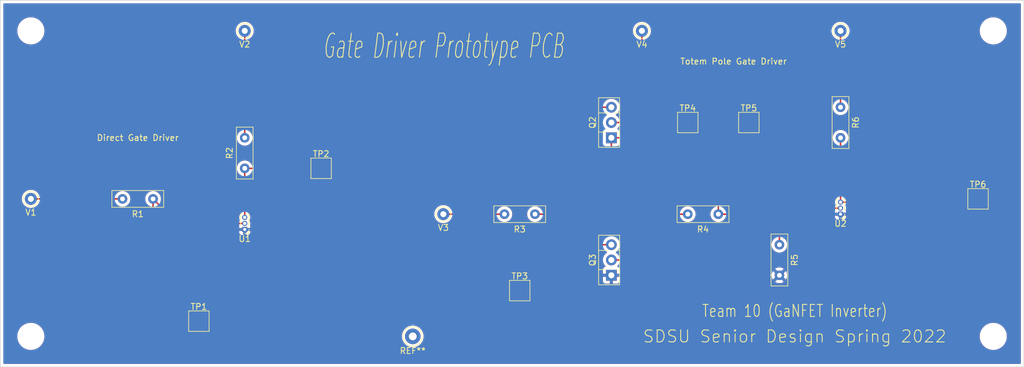
<source format=kicad_pcb>
(kicad_pcb (version 20211014) (generator pcbnew)
  (layers (0 "F.Cu" signal) (31 "B.Cu" signal) (34 "B.Paste" user) (35 "F.Paste" user) (36 "B.SilkS" user "B.Silkscreen") (37 "F.SilkS" user "F.Silkscreen") (38 "B.Mask" user) (39 "F.Mask" user) (44 "Edge.Cuts" user))
  (net 0 "")
  (net 1 "GND")
  (net 2 "Net-(R1-Pad1)")
  (net 3 "Net-(R4-Pad1)")
  (net 4 "Net-(R6-Pad2)")
  (net 5 "Net-(Q2-Pad1)")
  (net 6 "Net-(Q2-Pad3)")
  (net 7 "Net-(Q2-Pad2)")
  (net 8 "Net-(R1-Pad2)")
  (net 9 "Net-(R2-Pad2)")
  (net 10 "Net-(U1-Pad3)")
  (net 11 "Net-(R3-Pad2)")
  (net 12 "Net-(R6-Pad1)")
  (footprint "Resistor_THT:R_Box_L8.4mm_W2.5mm_P5.08mm" (layer "F.Cu") (at 198.12 114.3 -90)
    (fp_text reference "R5" (at 2.54 -2.52 90) (layer "F.SilkS"))
    (fp_text value "R_US")
    (fp_line (start -1.77 1.39) (end 6.85 1.39) (layer "F.SilkS") (width 0.12))
    (fp_line (start 6.85 -1.39) (end 6.85 1.39) (layer "F.SilkS") (width 0.12))
    (fp_line (start -1.77 -1.39) (end 6.85 -1.39) (layer "F.SilkS") (width 0.12))
    (fp_line (start -1.77 -1.39) (end -1.77 1.39) (layer "F.SilkS") (width 0.12))
    (pad "1" thru_hole circle (at 0 0 270) (size 1.6 1.6) (drill 0.8) (layers *.Cu *.Mask) (net 3 "Net-(R4-Pad1)"))
    (pad "2" thru_hole circle (at 5.08 0 270) (size 1.6 1.6) (drill 0.8) (layers *.Cu *.Mask) (net 1 "GND"))
  )
  (footprint "MountingHole:MountingHole_3.5mm" (layer "F.Cu") (at 73.66 78.74)
    (fp_text reference "REF**" hide)
    (fp_text value "MountingHole_3.5mm" hide)
    (pad "" np_thru_hole circle (at 0 0) (size 3.5 3.5) (drill 3.5) (layers *.Cu *.Mask))
  )
  (footprint "Connector_Pin:Pin_D1.0mm_L10.0mm" (layer "F.Cu") (at 73.66 106.68)
    (fp_text reference "V1" (at 0 2.25) (layer "F.SilkS"))
    (fp_text value "PWM-Direct")
    (fp_circle (center 0 0) (end 1.25 0.05) (layer "F.SilkS") (width 0.12) (fill none))
    (pad "1" thru_hole circle (at 0 0) (size 2 2) (drill 1) (layers *.Cu *.Mask) (net 8 "Net-(R1-Pad2)"))
  )
  (footprint "TestPoint:TestPoint_Pad_3.0x3.0mm" (layer "F.Cu") (at 101.6 127)
    (fp_text reference "TP1" (at 0 -2.398) (layer "F.SilkS"))
    (fp_text value "TestPoint")
    (fp_line (start 1.7 -1.7) (end 1.7 1.7) (layer "F.SilkS") (width 0.12))
    (fp_line (start -1.7 -1.7) (end 1.7 -1.7) (layer "F.SilkS") (width 0.12))
    (fp_line (start -1.7 1.7) (end -1.7 -1.7) (layer "F.SilkS") (width 0.12))
    (fp_line (start 1.7 1.7) (end -1.7 1.7) (layer "F.SilkS") (width 0.12))
    (pad "1" smd rect (at 0 0) (size 3 3) (layers "F.Cu" "F.Mask") (net 2 "Net-(R1-Pad1)"))
  )
  (footprint "Package_TO_SOT_THT:TO-126-3_Vertical" (layer "F.Cu") (at 170.18 96.52 90)
    (fp_text reference "Q2" (at 2.54 -3.12 90) (layer "F.SilkS"))
    (fp_text value "BD435")
    (fp_line (start -1.58 -2.12) (end 6.66 -2.12) (layer "F.SilkS") (width 0.12))
    (fp_line (start 6.66 -2.12) (end 6.66 1.37) (layer "F.SilkS") (width 0.12))
    (fp_line (start -1.58 -2.12) (end -1.58 1.37) (layer "F.SilkS") (width 0.12))
    (fp_line (start 4.141 0.54) (end 4.141 1.37) (layer "F.SilkS") (width 0.12))
    (fp_line (start -1.58 1.37) (end 6.66 1.37) (layer "F.SilkS") (width 0.12))
    (fp_line (start 4.141 -2.12) (end 4.141 -0.54) (layer "F.SilkS") (width 0.12))
    (fp_line (start 0.94 -2.12) (end 0.94 -1.05) (layer "F.SilkS") (width 0.12))
    (fp_line (start 0.94 1.05) (end 0.94 1.37) (layer "F.SilkS") (width 0.12))
    (pad "1" thru_hole rect (at 0 0 90) (size 1.8 1.8) (drill 1) (layers *.Cu *.Mask) (net 5 "Net-(Q2-Pad1)"))
    (pad "2" thru_hole oval (at 2.54 0 90) (size 1.8 1.8) (drill 1) (layers *.Cu *.Mask) (net 7 "Net-(Q2-Pad2)"))
    (pad "3" thru_hole oval (at 5.08 0 90) (size 1.8 1.8) (drill 1) (layers *.Cu *.Mask) (net 6 "Net-(Q2-Pad3)"))
  )
  (footprint "TestPoint:TestPoint_Pad_3.0x3.0mm" (layer "F.Cu") (at 154.94 121.92)
    (fp_text reference "TP3" (at 0 -2.398) (layer "F.SilkS"))
    (fp_text value "TestPoint")
    (fp_line (start 1.7 1.7) (end -1.7 1.7) (layer "F.SilkS") (width 0.12))
    (fp_line (start -1.7 -1.7) (end 1.7 -1.7) (layer "F.SilkS") (width 0.12))
    (fp_line (start 1.7 -1.7) (end 1.7 1.7) (layer "F.SilkS") (width 0.12))
    (fp_line (start -1.7 1.7) (end -1.7 -1.7) (layer "F.SilkS") (width 0.12))
    (pad "1" smd rect (at 0 0) (size 3 3) (layers "F.Cu" "F.Mask") (net 6 "Net-(Q2-Pad3)"))
  )
  (footprint "Resistor_THT:R_Box_L8.4mm_W2.5mm_P5.08mm" (layer "F.Cu") (at 109.22 101.6 90)
    (fp_text reference "R2" (at 2.54 -2.52 90) (layer "F.SilkS"))
    (fp_text value "R_US")
    (fp_line (start -1.77 1.39) (end 6.85 1.39) (layer "F.SilkS") (width 0.12))
    (fp_line (start -1.77 -1.39) (end -1.77 1.39) (layer "F.SilkS") (width 0.12))
    (fp_line (start 6.85 -1.39) (end 6.85 1.39) (layer "F.SilkS") (width 0.12))
    (fp_line (start -1.77 -1.39) (end 6.85 -1.39) (layer "F.SilkS") (width 0.12))
    (pad "1" thru_hole circle (at 0 0 90) (size 1.6 1.6) (drill 0.8) (layers *.Cu *.Mask) (net 10 "Net-(U1-Pad3)"))
    (pad "2" thru_hole circle (at 5.08 0 90) (size 1.6 1.6) (drill 0.8) (layers *.Cu *.Mask) (net 9 "Net-(R2-Pad2)"))
  )
  (footprint "MountingHole:MountingHole_3.5mm" (layer "F.Cu") (at 233.68 78.74)
    (fp_text reference "REF**" hide)
    (fp_text value "MountingHole_3.5mm" hide)
    (pad "" np_thru_hole circle (at 0 0) (size 3.5 3.5) (drill 3.5) (layers *.Cu *.Mask))
  )
  (footprint "MountingHole:MountingHole_3.5mm" (layer "F.Cu") (at 73.66 129.54)
    (fp_text reference "REF**" hide)
    (fp_text value "MountingHole_3.5mm" hide)
    (pad "" np_thru_hole circle (at 0 0) (size 3.5 3.5) (drill 3.5) (layers *.Cu *.Mask))
  )
  (footprint "TestPoint:TestPoint_Pad_3.0x3.0mm" (layer "F.Cu") (at 121.92 101.6)
    (fp_text reference "TP2" (at 0 -2.398) (layer "F.SilkS"))
    (fp_text value "TestPoint")
    (fp_line (start 1.7 -1.7) (end 1.7 1.7) (layer "F.SilkS") (width 0.12))
    (fp_line (start -1.7 -1.7) (end 1.7 -1.7) (layer "F.SilkS") (width 0.12))
    (fp_line (start -1.7 1.7) (end -1.7 -1.7) (layer "F.SilkS") (width 0.12))
    (fp_line (start 1.7 1.7) (end -1.7 1.7) (layer "F.SilkS") (width 0.12))
    (pad "1" smd rect (at 0 0) (size 3 3) (layers "F.Cu" "F.Mask") (net 10 "Net-(U1-Pad3)"))
  )
  (footprint "Connector_PinHeader_1.00mm:PinHeader_1x03_P1.00mm_Vertical" (layer "F.Cu") (at 208.28 109.22 180)
    (fp_text reference "U2" (at 0 -1.56) (layer "F.SilkS"))
    (fp_text value "GaNFET")
    (fp_line (start -0.695 0.685) (end -0.608276 0.685) (layer "F.SilkS") (width 0.12))
    (fp_line (start 0.695 0.685) (end 0.695 2.56) (layer "F.SilkS") (width 0.12))
    (fp_line (start -0.695 0) (end -0.695 -0.685) (layer "F.SilkS") (width 0.12))
    (fp_line (start -0.695 2.56) (end -0.394493 2.56) (layer "F.SilkS") (width 0.12))
    (fp_line (start 0.608276 0.685) (end 0.695 0.685) (layer "F.SilkS") (width 0.12))
    (fp_line (start 0.394493 2.56) (end 0.695 2.56) (layer "F.SilkS") (width 0.12))
    (fp_line (start -0.695 0.685) (end -0.695 2.56) (layer "F.SilkS") (width 0.12))
    (fp_line (start -0.695 -0.685) (end 0 -0.685) (layer "F.SilkS") (width 0.12))
    (pad "1" thru_hole rect (at 0 0 180) (size 0.85 0.85) (drill 0.5) (layers *.Cu *.Mask) (net 1 "GND"))
    (pad "2" thru_hole oval (at 0 1 180) (size 0.85 0.85) (drill 0.5) (layers *.Cu *.Mask) (net 3 "Net-(R4-Pad1)"))
    (pad "3" thru_hole oval (at 0 2 180) (size 0.85 0.85) (drill 0.5) (layers *.Cu *.Mask) (net 4 "Net-(R6-Pad2)"))
  )
  (footprint "Resistor_THT:R_Box_L8.4mm_W2.5mm_P5.08mm" (layer "F.Cu") (at 208.28 91.44 -90)
    (fp_text reference "R6" (at 2.54 -2.52 90) (layer "F.SilkS"))
    (fp_text value "R_US")
    (fp_line (start 6.85 -1.39) (end 6.85 1.39) (layer "F.SilkS") (width 0.12))
    (fp_line (start -1.77 -1.39) (end -1.77 1.39) (layer "F.SilkS") (width 0.12))
    (fp_line (start -1.77 1.39) (end 6.85 1.39) (layer "F.SilkS") (width 0.12))
    (fp_line (start -1.77 -1.39) (end 6.85 -1.39) (layer "F.SilkS") (width 0.12))
    (pad "1" thru_hole circle (at 0 0 270) (size 1.6 1.6) (drill 0.8) (layers *.Cu *.Mask) (net 12 "Net-(R6-Pad1)"))
    (pad "2" thru_hole circle (at 5.08 0 270) (size 1.6 1.6) (drill 0.8) (layers *.Cu *.Mask) (net 4 "Net-(R6-Pad2)"))
  )
  (footprint "Connector_Pin:Pin_D1.0mm_L10.0mm" (layer "F.Cu") (at 109.22 78.74)
    (fp_text reference "V2" (at 0 2.25) (layer "F.SilkS"))
    (fp_text value "V-Load-Direct")
    (fp_circle (center 0 0) (end 1.25 0.05) (layer "F.SilkS") (width 0.12) (fill none))
    (pad "1" thru_hole circle (at 0 0) (size 2 2) (drill 1) (layers *.Cu *.Mask) (net 9 "Net-(R2-Pad2)"))
  )
  (footprint "Resistor_THT:R_Box_L8.4mm_W2.5mm_P5.08mm" (layer "F.Cu") (at 157.48 109.22 180)
    (fp_text reference "R3" (at 2.54 -2.52) (layer "F.SilkS"))
    (fp_text value "R_US")
    (fp_line (start -1.77 -1.39) (end -1.77 1.39) (layer "F.SilkS") (width 0.12))
    (fp_line (start 6.85 -1.39) (end 6.85 1.39) (layer "F.SilkS") (width 0.12))
    (fp_line (start -1.77 1.39) (end 6.85 1.39) (layer "F.SilkS") (width 0.12))
    (fp_line (start -1.77 -1.39) (end 6.85 -1.39) (layer "F.SilkS") (width 0.12))
    (pad "1" thru_hole circle (at 0 0 180) (size 1.6 1.6) (drill 0.8) (layers *.Cu *.Mask) (net 6 "Net-(Q2-Pad3)"))
    (pad "2" thru_hole circle (at 5.08 0 180) (size 1.6 1.6) (drill 0.8) (layers *.Cu *.Mask) (net 11 "Net-(R3-Pad2)"))
  )
  (footprint "Resistor_THT:R_Box_L8.4mm_W2.5mm_P5.08mm" (layer "F.Cu") (at 187.96 109.22 180)
    (fp_text reference "R4" (at 2.54 -2.52) (layer "F.SilkS"))
    (fp_text value "R_US")
    (fp_line (start -1.77 1.39) (end 6.85 1.39) (layer "F.SilkS") (width 0.12))
    (fp_line (start 6.85 -1.39) (end 6.85 1.39) (layer "F.SilkS") (width 0.12))
    (fp_line (start -1.77 -1.39) (end 6.85 -1.39) (layer "F.SilkS") (width 0.12))
    (fp_line (start -1.77 -1.39) (end -1.77 1.39) (layer "F.SilkS") (width 0.12))
    (pad "1" thru_hole circle (at 0 0 180) (size 1.6 1.6) (drill 0.8) (layers *.Cu *.Mask) (net 3 "Net-(R4-Pad1)"))
    (pad "2" thru_hole circle (at 5.08 0 180) (size 1.6 1.6) (drill 0.8) (layers *.Cu *.Mask) (net 5 "Net-(Q2-Pad1)"))
  )
  (footprint "Connector_Pin:Pin_D1.3mm_L11.0mm" (layer "F.Cu") (at 137.16 129.54)
    (fp_text reference "REF**" (at 0 2.4) (layer "F.SilkS"))
    (fp_text value "GND")
    (fp_circle (center 0 0) (end 1.6 0.05) (layer "F.SilkS") (width 0.12) (fill none))
    (pad "1" thru_hole circle (at 0 0) (size 2.6 2.6) (drill 1.3) (layers *.Cu *.Mask))
  )
  (footprint "Connector_Pin:Pin_D1.0mm_L10.0mm" (layer "F.Cu") (at 175.26 78.74)
    (fp_text reference "V4" (at 0 2.25) (layer "F.SilkS"))
    (fp_text value "VSwitch")
    (fp_circle (center 0 0) (end 1.25 0.05) (layer "F.SilkS") (width 0.12) (fill none))
    (pad "1" thru_hole circle (at 0 0) (size 2 2) (drill 1) (layers *.Cu *.Mask) (net 7 "Net-(Q2-Pad2)"))
  )
  (footprint "TestPoint:TestPoint_Pad_3.0x3.0mm" (layer "F.Cu") (at 193.04 93.98)
    (fp_text reference "TP5" (at 0 -2.398) (layer "F.SilkS"))
    (fp_text value "TestPoint")
    (fp_line (start 1.7 1.7) (end -1.7 1.7) (layer "F.SilkS") (width 0.12))
    (fp_line (start -1.7 -1.7) (end 1.7 -1.7) (layer "F.SilkS") (width 0.12))
    (fp_line (start 1.7 -1.7) (end 1.7 1.7) (layer "F.SilkS") (width 0.12))
    (fp_line (start -1.7 1.7) (end -1.7 -1.7) (layer "F.SilkS") (width 0.12))
    (pad "1" smd rect (at 0 0) (size 3 3) (layers "F.Cu" "F.Mask") (net 3 "Net-(R4-Pad1)"))
  )
  (footprint "Resistor_THT:R_Box_L8.4mm_W2.5mm_P5.08mm" (layer "F.Cu") (at 93.98 106.68 180)
    (fp_text reference "R1" (at 2.54 -2.52) (layer "F.SilkS"))
    (fp_text value "R_US")
    (fp_line (start 6.85 -1.39) (end 6.85 1.39) (layer "F.SilkS") (width 0.12))
    (fp_line (start -1.77 -1.39) (end -1.77 1.39) (layer "F.SilkS") (width 0.12))
    (fp_line (start -1.77 -1.39) (end 6.85 -1.39) (layer "F.SilkS") (width 0.12))
    (fp_line (start -1.77 1.39) (end 6.85 1.39) (layer "F.SilkS") (width 0.12))
    (pad "1" thru_hole circle (at 0 0 180) (size 1.6 1.6) (drill 0.8) (layers *.Cu *.Mask) (net 2 "Net-(R1-Pad1)"))
    (pad "2" thru_hole circle (at 5.08 0 180) (size 1.6 1.6) (drill 0.8) (layers *.Cu *.Mask) (net 8 "Net-(R1-Pad2)"))
  )
  (footprint "Connector_PinHeader_1.00mm:PinHeader_1x03_P1.00mm_Vertical" (layer "F.Cu") (at 109.22 111.76 180)
    (fp_text reference "U1" (at 0 -1.56) (layer "F.SilkS"))
    (fp_text value "GaNFET")
    (fp_line (start -0.695 0.685) (end -0.608276 0.685) (layer "F.SilkS") (width 0.12))
    (fp_line (start -0.695 0.685) (end -0.695 2.56) (layer "F.SilkS") (width 0.12))
    (fp_line (start 0.608276 0.685) (end 0.695 0.685) (layer "F.SilkS") (width 0.12))
    (fp_line (start -0.695 2.56) (end -0.394493 2.56) (layer "F.SilkS") (width 0.12))
    (fp_line (start -0.695 0) (end -0.695 -0.685) (layer "F.SilkS") (width 0.12))
    (fp_line (start 0.394493 2.56) (end 0.695 2.56) (layer "F.SilkS") (width 0.12))
    (fp_line (start -0.695 -0.685) (end 0 -0.685) (layer "F.SilkS") (width 0.12))
    (fp_line (start 0.695 0.685) (end 0.695 2.56) (layer "F.SilkS") (width 0.12))
    (pad "1" thru_hole rect (at 0 0 180) (size 0.85 0.85) (drill 0.5) (layers *.Cu *.Mask) (net 1 "GND"))
    (pad "2" thru_hole oval (at 0 1 180) (size 0.85 0.85) (drill 0.5) (layers *.Cu *.Mask) (net 2 "Net-(R1-Pad1)"))
    (pad "3" thru_hole oval (at 0 2 180) (size 0.85 0.85) (drill 0.5) (layers *.Cu *.Mask) (net 10 "Net-(U1-Pad3)"))
  )
  (footprint "Package_TO_SOT_THT:TO-126-3_Vertical" (layer "F.Cu") (at 170.18 119.38 90)
    (fp_text reference "Q3" (at 2.54 -3.12 90) (layer "F.SilkS"))
    (fp_text value "BD436")
    (fp_line (start 4.141 -2.12) (end 4.141 -0.54) (layer "F.SilkS") (width 0.12))
    (fp_line (start 0.94 1.05) (end 0.94 1.37) (layer "F.SilkS") (width 0.12))
    (fp_line (start 4.141 0.54) (end 4.141 1.37) (layer "F.SilkS") (width 0.12))
    (fp_line (start -1.58 -2.12) (end 6.66 -2.12) (layer "F.SilkS") (width 0.12))
    (fp_line (start -1.58 1.37) (end 6.66 1.37) (layer "F.SilkS") (width 0.12))
    (fp_line (start -1.58 -2.12) (end -1.58 1.37) (layer "F.SilkS") (width 0.12))
    (fp_line (start 6.66 -2.12) (end 6.66 1.37) (layer "F.SilkS") (width 0.12))
    (fp_line (start 0.94 -2.12) (end 0.94 -1.05) (layer "F.SilkS") (width 0.12))
    (pad "1" thru_hole rect (at 0 0 90) (size 1.8 1.8) (drill 1) (layers *.Cu *.Mask) (net 1 "GND"))
    (pad "2" thru_hole oval (at 2.54 0 90) (size 1.8 1.8) (drill 1) (layers *.Cu *.Mask) (net 5 "Net-(Q2-Pad1)"))
    (pad "3" thru_hole oval (at 5.08 0 90) (size 1.8 1.8) (drill 1) (layers *.Cu *.Mask) (net 6 "Net-(Q2-Pad3)"))
  )
  (footprint "Connector_Pin:Pin_D1.0mm_L10.0mm" (layer "F.Cu") (at 208.28 78.74)
    (fp_text reference "V5" (at 0 2.25) (layer "F.SilkS"))
    (fp_text value "V-Load-Totem")
    (fp_circle (center 0 0) (end 1.25 0.05) (layer "F.SilkS") (width 0.12) (fill none))
    (pad "1" thru_hole circle (at 0 0) (size 2 2) (drill 1) (layers *.Cu *.Mask) (net 12 "Net-(R6-Pad1)"))
  )
  (footprint "Connector_Pin:Pin_D1.0mm_L10.0mm" (layer "F.Cu") (at 142.24 109.22)
    (fp_text reference "V3" (at 0 2.25) (layer "F.SilkS"))
    (fp_text value "PWM-Totem")
    (fp_circle (center 0 0) (end 1.25 0.05) (layer "F.SilkS") (width 0.12) (fill none))
    (pad "1" thru_hole circle (at 0 0) (size 2 2) (drill 1) (layers *.Cu *.Mask) (net 11 "Net-(R3-Pad2)"))
  )
  (footprint "TestPoint:TestPoint_Pad_3.0x3.0mm" (layer "F.Cu") (at 182.88 93.98)
    (fp_text reference "TP4" (at 0 -2.398) (layer "F.SilkS"))
    (fp_text value "TestPoint")
    (fp_line (start 1.7 1.7) (end -1.7 1.7) (layer "F.SilkS") (width 0.12))
    (fp_line (start -1.7 -1.7) (end 1.7 -1.7) (layer "F.SilkS") (width 0.12))
    (fp_line (start -1.7 1.7) (end -1.7 -1.7) (layer "F.SilkS") (width 0.12))
    (fp_line (start 1.7 -1.7) (end 1.7 1.7) (layer "F.SilkS") (width 0.12))
    (pad "1" smd rect (at 0 0) (size 3 3) (layers "F.Cu" "F.Mask") (net 5 "Net-(Q2-Pad1)"))
  )
  (footprint "MountingHole:MountingHole_3.5mm" (layer "F.Cu") (at 233.68 129.54)
    (fp_text reference "REF**" hide)
    (fp_text value "MountingHole_3.5mm" hide)
    (pad "" np_thru_hole circle (at 0 0) (size 3.5 3.5) (drill 3.5) (layers *.Cu *.Mask))
  )
  (footprint "TestPoint:TestPoint_Pad_3.0x3.0mm" (layer "F.Cu") (at 231.14 106.68)
    (fp_text reference "TP6" (at 0 -2.398) (layer "F.SilkS"))
    (fp_text value "TestPoint")
    (fp_line (start -1.7 1.7) (end -1.7 -1.7) (layer "F.SilkS") (width 0.12))
    (fp_line (start -1.7 -1.7) (end 1.7 -1.7) (layer "F.SilkS") (width 0.12))
    (fp_line (start 1.7 -1.7) (end 1.7 1.7) (layer "F.SilkS") (width 0.12))
    (fp_line (start 1.7 1.7) (end -1.7 1.7) (layer "F.SilkS") (width 0.12))
    (pad "1" smd rect (at 0 0) (size 3 3) (layers "F.Cu" "F.Mask") (net 4 "Net-(R6-Pad2)"))
  )
  (gr_line (start 238.76 134.62) (end 68.58 134.62) (layer "Edge.Cuts") (width 0.1))
  (gr_line (start 238.76 73.66) (end 238.76 134.62) (layer "Edge.Cuts") (width 0.1))
  (gr_line (start 68.58 134.62) (end 68.58 73.66) (layer "Edge.Cuts") (width 0.1))
  (gr_line (start 238.76 127) (end 238.76 134.62) (layer "Edge.Cuts") (width 0.1))
  (gr_line (start 68.58 73.66) (end 238.76 73.66) (layer "Edge.Cuts") (width 0.1))
  (gr_text "SDSU Senior Design Spring 2022" (at 200.66 129.54) (layer "F.SilkS") (effects (font (size 2 2))))
  (gr_text "Team 10 (GaNFET Inverter)" (at 200.66 125.3) (layer "F.SilkS") (effects (font (size 2 1.5))))
  (gr_text "Totem Pole Gate Driver" (at 190.5 83.82) (layer "F.SilkS") (effects (font (size 1 1))))
  (gr_text "Gate Driver Prototype PCB" (at 142.24 81.28) (layer "F.SilkS") (effects (font (size 4 2) (thickness 0.15) italic)))
  (gr_text "Direct Gate Driver\n" (at 91.44 96.52) (layer "F.SilkS") (effects (font (size 1 1))))
  (segment (start 93.98 106.68) (end 98.06 110.76) (width 0.25) (layer "F.Cu") (net 2))
  (segment (start 98.06 110.76) (end 109.22 110.76) (width 0.25) (layer "F.Cu") (net 2))
  (segment (start 93.98 119.38) (end 101.6 127) (width 0.25) (layer "F.Cu") (net 2))
  (segment (start 93.98 106.68) (end 93.98 119.38) (width 0.25) (layer "F.Cu") (net 2))
  (segment (start 187.96 109.22) (end 187.96 101.6) (width 0.25) (layer "F.Cu") (net 3))
  (segment (start 199.12 108.22) (end 208.28 108.22) (width 0.25) (layer "F.Cu") (net 3))
  (segment (start 187.96 101.6) (end 193.04 101.6) (width 0.25) (layer "F.Cu") (net 3))
  (segment (start 187.96 109.22) (end 198.12 109.22) (width 0.25) (layer "F.Cu") (net 3))
  (segment (start 193.04 101.6) (end 193.04 93.98) (width 0.25) (layer "F.Cu") (net 3))
  (segment (start 198.12 109.22) (end 198.12 114.3) (width 0.25) (layer "F.Cu") (net 3))
  (segment (start 198.12 109.22) (end 199.12 108.22) (width 0.25) (layer "F.Cu") (net 3))
  (segment (start 230.6 107.22) (end 231.14 106.68) (width 0.25) (layer "F.Cu") (net 4))
  (segment (start 208.28 107.22) (end 208.28 96.52) (width 0.25) (layer "F.Cu") (net 4))
  (segment (start 208.28 107.22) (end 230.6 107.22) (width 0.25) (layer "F.Cu") (net 4))
  (segment (start 170.18 101.6) (end 170.18 96.52) (width 0.25) (layer "F.Cu") (net 5))
  (segment (start 170.18 116.84) (end 175.26 116.84) (width 0.25) (layer "F.Cu") (net 5))
  (segment (start 177.8 109.22) (end 182.88 109.22) (width 0.25) (layer "F.Cu") (net 5))
  (segment (start 175.26 116.84) (end 175.26 106.68) (width 0.25) (layer "F.Cu") (net 5))
  (segment (start 175.26 106.68) (end 177.8 109.22) (width 0.25) (layer "F.Cu") (net 5))
  (segment (start 170.18 96.52) (end 182.88 96.52) (width 0.25) (layer "F.Cu") (net 5))
  (segment (start 175.26 106.68) (end 170.18 101.6) (width 0.25) (layer "F.Cu") (net 5))
  (segment (start 182.88 96.52) (end 182.88 93.98) (width 0.25) (layer "F.Cu") (net 5))
  (segment (start 165.1 109.22) (end 165.1 91.44) (width 0.25) (layer "F.Cu") (net 6))
  (segment (start 165.1 109.22) (end 165.1 114.3) (width 0.25) (layer "F.Cu") (net 6))
  (segment (start 165.1 114.3) (end 170.18 114.3) (width 0.25) (layer "F.Cu") (net 6))
  (segment (start 157.48 121.92) (end 154.94 121.92) (width 0.25) (layer "F.Cu") (net 6))
  (segment (start 165.1 91.44) (end 170.18 91.44) (width 0.25) (layer "F.Cu") (net 6))
  (segment (start 165.1 114.3) (end 157.48 121.92) (width 0.25) (layer "F.Cu") (net 6))
  (segment (start 157.48 109.22) (end 165.1 109.22) (width 0.25) (layer "F.Cu") (net 6))
  (segment (start 175.26 78.74) (end 175.26 93.98) (width 0.25) (layer "F.Cu") (net 7))
  (segment (start 175.26 93.98) (end 170.18 93.98) (width 0.25) (layer "F.Cu") (net 7))
  (segment (start 73.66 106.68) (end 88.9 106.68) (width 0.25) (layer "F.Cu") (net 8))
  (segment (start 109.22 78.74) (end 109.22 96.52) (width 0.25) (layer "F.Cu") (net 9))
  (segment (start 109.22 101.6) (end 121.92 101.6) (width 0.25) (layer "F.Cu") (net 10))
  (segment (start 109.22 101.6) (end 109.22 109.76) (width 0.25) (layer "F.Cu") (net 10))
  (segment (start 142.24 109.22) (end 152.4 109.22) (width 0.25) (layer "F.Cu") (net 11))
  (segment (start 208.28 78.74) (end 208.28 91.44) (width 0.25) (layer "F.Cu") (net 12))
  (zone (net 1) (net_name "GND") (layers F&B.Cu) (connect_pads (clearance 0.508)) (min_thickness 0.254) (fill yes (thermal_gap 0.508) (thermal_bridge_width 0.508))
    (polygon (pts (xy 238.76 134.62) (xy 68.58 134.62) (xy 68.58 73.66) (xy 238.76 73.66)))
  )
)
</source>
